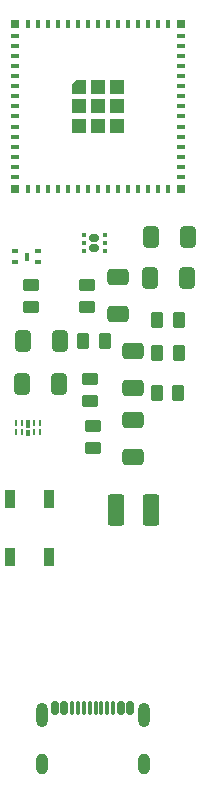
<source format=gbr>
%TF.GenerationSoftware,KiCad,Pcbnew,8.0.3*%
%TF.CreationDate,2024-07-05T15:20:34+05:30*%
%TF.ProjectId,multilayer1,6d756c74-696c-4617-9965-72312e6b6963,rev?*%
%TF.SameCoordinates,Original*%
%TF.FileFunction,Paste,Top*%
%TF.FilePolarity,Positive*%
%FSLAX46Y46*%
G04 Gerber Fmt 4.6, Leading zero omitted, Abs format (unit mm)*
G04 Created by KiCad (PCBNEW 8.0.3) date 2024-07-05 15:20:34*
%MOMM*%
%LPD*%
G01*
G04 APERTURE LIST*
G04 Aperture macros list*
%AMRoundRect*
0 Rectangle with rounded corners*
0 $1 Rounding radius*
0 $2 $3 $4 $5 $6 $7 $8 $9 X,Y pos of 4 corners*
0 Add a 4 corners polygon primitive as box body*
4,1,4,$2,$3,$4,$5,$6,$7,$8,$9,$2,$3,0*
0 Add four circle primitives for the rounded corners*
1,1,$1+$1,$2,$3*
1,1,$1+$1,$4,$5*
1,1,$1+$1,$6,$7*
1,1,$1+$1,$8,$9*
0 Add four rect primitives between the rounded corners*
20,1,$1+$1,$2,$3,$4,$5,0*
20,1,$1+$1,$4,$5,$6,$7,0*
20,1,$1+$1,$6,$7,$8,$9,0*
20,1,$1+$1,$8,$9,$2,$3,0*%
%AMOutline5P*
0 Free polygon, 5 corners , with rotation*
0 The origin of the aperture is its center*
0 number of corners: always 5*
0 $1 to $10 corner X, Y*
0 $11 Rotation angle, in degrees counterclockwise*
0 create outline with 5 corners*
4,1,5,$1,$2,$3,$4,$5,$6,$7,$8,$9,$10,$1,$2,$11*%
%AMOutline6P*
0 Free polygon, 6 corners , with rotation*
0 The origin of the aperture is its center*
0 number of corners: always 6*
0 $1 to $12 corner X, Y*
0 $13 Rotation angle, in degrees counterclockwise*
0 create outline with 6 corners*
4,1,6,$1,$2,$3,$4,$5,$6,$7,$8,$9,$10,$11,$12,$1,$2,$13*%
%AMOutline7P*
0 Free polygon, 7 corners , with rotation*
0 The origin of the aperture is its center*
0 number of corners: always 7*
0 $1 to $14 corner X, Y*
0 $15 Rotation angle, in degrees counterclockwise*
0 create outline with 7 corners*
4,1,7,$1,$2,$3,$4,$5,$6,$7,$8,$9,$10,$11,$12,$13,$14,$1,$2,$15*%
%AMOutline8P*
0 Free polygon, 8 corners , with rotation*
0 The origin of the aperture is its center*
0 number of corners: always 8*
0 $1 to $16 corner X, Y*
0 $17 Rotation angle, in degrees counterclockwise*
0 create outline with 8 corners*
4,1,8,$1,$2,$3,$4,$5,$6,$7,$8,$9,$10,$11,$12,$13,$14,$15,$16,$1,$2,$17*%
G04 Aperture macros list end*
%ADD10RoundRect,0.250000X0.412500X0.650000X-0.412500X0.650000X-0.412500X-0.650000X0.412500X-0.650000X0*%
%ADD11RoundRect,0.250000X-0.412500X-0.650000X0.412500X-0.650000X0.412500X0.650000X-0.412500X0.650000X0*%
%ADD12R,0.250000X0.625000*%
%ADD13R,0.450000X0.700000*%
%ADD14R,0.450000X0.575000*%
%ADD15RoundRect,0.250000X0.262500X0.450000X-0.262500X0.450000X-0.262500X-0.450000X0.262500X-0.450000X0*%
%ADD16R,0.800000X0.400000*%
%ADD17R,0.400000X0.800000*%
%ADD18Outline5P,-0.600000X0.204000X-0.204000X0.600000X0.600000X0.600000X0.600000X-0.600000X-0.600000X-0.600000X0.000000*%
%ADD19R,1.200000X1.200000*%
%ADD20R,0.800000X0.800000*%
%ADD21RoundRect,0.160000X-0.245000X-0.160000X0.245000X-0.160000X0.245000X0.160000X-0.245000X0.160000X0*%
%ADD22RoundRect,0.093750X-0.093750X-0.106250X0.093750X-0.106250X0.093750X0.106250X-0.093750X0.106250X0*%
%ADD23RoundRect,0.250000X0.450000X-0.262500X0.450000X0.262500X-0.450000X0.262500X-0.450000X-0.262500X0*%
%ADD24RoundRect,0.250000X-0.450000X0.262500X-0.450000X-0.262500X0.450000X-0.262500X0.450000X0.262500X0*%
%ADD25RoundRect,0.250001X-0.462499X-1.074999X0.462499X-1.074999X0.462499X1.074999X-0.462499X1.074999X0*%
%ADD26RoundRect,0.150000X-0.150000X-0.425000X0.150000X-0.425000X0.150000X0.425000X-0.150000X0.425000X0*%
%ADD27RoundRect,0.075000X-0.075000X-0.500000X0.075000X-0.500000X0.075000X0.500000X-0.075000X0.500000X0*%
%ADD28O,1.000000X2.100000*%
%ADD29O,1.000000X1.800000*%
%ADD30R,0.350000X0.800000*%
%ADD31R,0.500000X0.300000*%
%ADD32RoundRect,0.250000X-0.650000X0.412500X-0.650000X-0.412500X0.650000X-0.412500X0.650000X0.412500X0*%
%ADD33RoundRect,0.250000X0.650000X-0.412500X0.650000X0.412500X-0.650000X0.412500X-0.650000X-0.412500X0*%
%ADD34R,0.900000X1.500000*%
%ADD35RoundRect,0.250000X-0.262500X-0.450000X0.262500X-0.450000X0.262500X0.450000X-0.262500X0.450000X0*%
G04 APERTURE END LIST*
D10*
%TO.C,C1*%
X161455500Y-102997000D03*
X158330500Y-102997000D03*
%TD*%
%TO.C,C7*%
X161561000Y-99314000D03*
X158436000Y-99314000D03*
%TD*%
D11*
%TO.C,C6*%
X169252500Y-90551000D03*
X172377500Y-90551000D03*
%TD*%
D12*
%TO.C,U1*%
X159861000Y-106299000D03*
X159361000Y-106299000D03*
D13*
X158861000Y-106336500D03*
D12*
X158361000Y-106299000D03*
X157861000Y-106299000D03*
X157861000Y-107074000D03*
X158361000Y-107074000D03*
D14*
X158861000Y-107099000D03*
D12*
X159361000Y-107074000D03*
X159861000Y-107074000D03*
%TD*%
D15*
%TO.C,R3*%
X171600500Y-103759000D03*
X169775500Y-103759000D03*
%TD*%
D16*
%TO.C,U3*%
X157797000Y-73523000D03*
X157797000Y-74373000D03*
X157797000Y-75223000D03*
X157797000Y-76073000D03*
X157797000Y-76923000D03*
X157797000Y-77773000D03*
X157797000Y-78623000D03*
X157797000Y-79473000D03*
X157797000Y-80323000D03*
X157797000Y-81173000D03*
X157797000Y-82023000D03*
X157797000Y-82873000D03*
X157797000Y-83723000D03*
X157797000Y-84573000D03*
X157797000Y-85423000D03*
D17*
X158847000Y-86473000D03*
X159697000Y-86473000D03*
X160547000Y-86473000D03*
X161397000Y-86473000D03*
X162247000Y-86473000D03*
X163097000Y-86473000D03*
X163947000Y-86473000D03*
X164797000Y-86473000D03*
X165647000Y-86473000D03*
X166497000Y-86473000D03*
X167347000Y-86473000D03*
X168197000Y-86473000D03*
X169047000Y-86473000D03*
X169897000Y-86473000D03*
X170747000Y-86473000D03*
D16*
X171797000Y-85423000D03*
X171797000Y-84573000D03*
X171797000Y-83723000D03*
X171797000Y-82873000D03*
X171797000Y-82023000D03*
X171797000Y-81173000D03*
X171797000Y-80323000D03*
X171797000Y-79473000D03*
X171797000Y-78623000D03*
X171797000Y-77773000D03*
X171797000Y-76923000D03*
X171797000Y-76073000D03*
X171797000Y-75223000D03*
X171797000Y-74373000D03*
X171797000Y-73523000D03*
D17*
X170747000Y-72473000D03*
X169897000Y-72473000D03*
X169047000Y-72473000D03*
X168197000Y-72473000D03*
X167347000Y-72473000D03*
X166497000Y-72473000D03*
X165647000Y-72473000D03*
X164797000Y-72473000D03*
X163947000Y-72473000D03*
X163097000Y-72473000D03*
X162247000Y-72473000D03*
X161397000Y-72473000D03*
X160547000Y-72473000D03*
X159697000Y-72473000D03*
X158847000Y-72473000D03*
D18*
X163147000Y-77823000D03*
D19*
X163147000Y-79473000D03*
X163147000Y-81123000D03*
X164797000Y-77823000D03*
X164797000Y-79473000D03*
X164797000Y-81123000D03*
X166447000Y-77823000D03*
X166447000Y-79473000D03*
X166447000Y-81123000D03*
D20*
X157797000Y-72473000D03*
X157797000Y-86473000D03*
X171797000Y-86473000D03*
X171797000Y-72473000D03*
%TD*%
D21*
%TO.C,U4*%
X164465000Y-90640000D03*
X164465000Y-91440000D03*
D22*
X163577500Y-90390000D03*
X163577500Y-91040000D03*
X163577500Y-91690000D03*
X165352500Y-91690000D03*
X165352500Y-91040000D03*
X165352500Y-90390000D03*
%TD*%
D23*
%TO.C,R8*%
X163830000Y-96416500D03*
X163830000Y-94591500D03*
%TD*%
%TO.C,R1*%
X164084000Y-104417500D03*
X164084000Y-102592500D03*
%TD*%
D15*
%TO.C,R5*%
X171624000Y-97536000D03*
X169799000Y-97536000D03*
%TD*%
D24*
%TO.C,R7*%
X159131000Y-94615000D03*
X159131000Y-96440000D03*
%TD*%
D15*
%TO.C,R4*%
X171624000Y-100330000D03*
X169799000Y-100330000D03*
%TD*%
D23*
%TO.C,R2*%
X164338000Y-108354500D03*
X164338000Y-106529500D03*
%TD*%
D25*
%TO.C,D2*%
X166279500Y-113665000D03*
X169254500Y-113665000D03*
%TD*%
D26*
%TO.C,J2*%
X161138000Y-130432000D03*
X161938000Y-130432000D03*
D27*
X163088000Y-130432000D03*
X164088000Y-130432000D03*
X164588000Y-130432000D03*
X165588000Y-130432000D03*
D26*
X166738000Y-130432000D03*
X167538000Y-130432000D03*
X167538000Y-130432000D03*
X166738000Y-130432000D03*
D27*
X166088000Y-130432000D03*
X165088000Y-130432000D03*
X163588000Y-130432000D03*
X162588000Y-130432000D03*
D26*
X161938000Y-130432000D03*
X161138000Y-130432000D03*
D28*
X160018000Y-131007000D03*
D29*
X160018000Y-135187000D03*
D28*
X168658000Y-131007000D03*
D29*
X168658000Y-135187000D03*
%TD*%
D11*
%TO.C,C5*%
X169231000Y-93980000D03*
X172356000Y-93980000D03*
%TD*%
D30*
%TO.C,U2*%
X158750000Y-92202000D03*
D31*
X157800000Y-91727000D03*
X157800000Y-92677000D03*
X159700000Y-92677000D03*
X159700000Y-91727000D03*
%TD*%
D32*
%TO.C,C4*%
X166497000Y-93920000D03*
X166497000Y-97045000D03*
%TD*%
D33*
%TO.C,C2*%
X167767000Y-109131500D03*
X167767000Y-106006500D03*
%TD*%
D34*
%TO.C,D1*%
X160654000Y-112739000D03*
X157354000Y-112739000D03*
X157354000Y-117639000D03*
X160654000Y-117639000D03*
%TD*%
D33*
%TO.C,C3*%
X167767000Y-103328000D03*
X167767000Y-100203000D03*
%TD*%
D35*
%TO.C,R6*%
X163529000Y-99314000D03*
X165354000Y-99314000D03*
%TD*%
M02*

</source>
